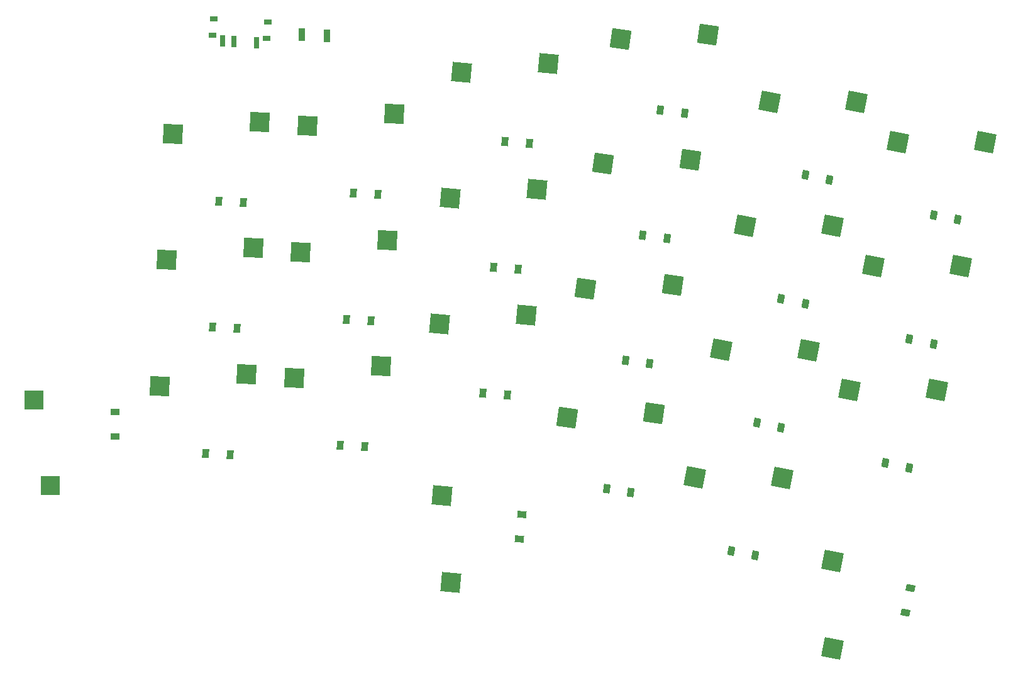
<source format=gbr>
%TF.GenerationSoftware,KiCad,Pcbnew,(6.0.9)*%
%TF.CreationDate,2022-11-07T09:36:57+01:00*%
%TF.ProjectId,itemun,6974656d-756e-42e6-9b69-6361645f7063,v1.0.0*%
%TF.SameCoordinates,Original*%
%TF.FileFunction,Paste,Top*%
%TF.FilePolarity,Positive*%
%FSLAX46Y46*%
G04 Gerber Fmt 4.6, Leading zero omitted, Abs format (unit mm)*
G04 Created by KiCad (PCBNEW (6.0.9)) date 2022-11-07 09:36:57*
%MOMM*%
%LPD*%
G01*
G04 APERTURE LIST*
G04 Aperture macros list*
%AMRotRect*
0 Rectangle, with rotation*
0 The origin of the aperture is its center*
0 $1 length*
0 $2 width*
0 $3 Rotation angle, in degrees counterclockwise*
0 Add horizontal line*
21,1,$1,$2,0,0,$3*%
G04 Aperture macros list end*
%ADD10RotRect,2.600000X2.600000X357.000000*%
%ADD11RotRect,2.600000X2.600000X349.000000*%
%ADD12RotRect,0.900000X1.200000X79.000000*%
%ADD13R,2.600000X2.600000*%
%ADD14RotRect,0.900000X1.200000X349.000000*%
%ADD15RotRect,2.600000X2.600000X352.000000*%
%ADD16RotRect,0.900000X1.200000X357.000000*%
%ADD17RotRect,2.600000X2.600000X79.000000*%
%ADD18R,1.000000X0.800000*%
%ADD19R,0.700000X1.500000*%
%ADD20R,0.900000X1.700000*%
%ADD21RotRect,2.600000X2.600000X355.000000*%
%ADD22RotRect,0.900000X1.200000X355.000000*%
%ADD23RotRect,2.600000X2.600000X85.000000*%
%ADD24RotRect,0.900000X1.200000X352.000000*%
%ADD25RotRect,0.900000X1.200000X85.000000*%
%ADD26R,1.200000X0.900000*%
G04 APERTURE END LIST*
D10*
%TO.C,S3*%
X41481760Y25318826D03*
X29832449Y23726322D03*
%TD*%
D11*
%TO.C,S22*%
X112751933Y-5634440D03*
X100994359Y-5590176D03*
%TD*%
D10*
%TO.C,S4*%
X42371471Y42295529D03*
X30722160Y40703025D03*
%TD*%
D12*
%TO.C,D23*%
X129328717Y-23729905D03*
X129958387Y-20490535D03*
%TD*%
D13*
%TO.C,S1*%
X11981505Y4843803D03*
X14181505Y-6706197D03*
%TD*%
D10*
%TO.C,S5*%
X58672052Y9397336D03*
X47022741Y7804832D03*
%TD*%
D14*
%TO.C,D16*%
X115827254Y35138880D03*
X119066624Y34509210D03*
%TD*%
D15*
%TO.C,S21*%
X95483212Y3032805D03*
X83739435Y2461665D03*
%TD*%
D11*
%TO.C,S18*%
X136795046Y22862484D03*
X125037472Y22906748D03*
%TD*%
D16*
%TO.C,D5*%
X53180722Y-1279903D03*
X56476200Y-1452611D03*
%TD*%
D17*
%TO.C,S23*%
X119519635Y-16806032D03*
X119475371Y-28563606D03*
%TD*%
D18*
%TO.C,*%
X43451445Y55737429D03*
X36045787Y53912510D03*
X43335783Y53530458D03*
X36161450Y56119481D03*
D19*
X41903683Y52954619D03*
X38907794Y53111627D03*
X37409850Y53190131D03*
%TD*%
D20*
%TO.C,*%
X48020233Y54066027D03*
X51415573Y53888085D03*
%TD*%
D16*
%TO.C,D2*%
X35100719Y-2335114D03*
X38396197Y-2507822D03*
%TD*%
D15*
%TO.C,S12*%
X100370575Y37213614D03*
X88626798Y36642474D03*
%TD*%
D11*
%TO.C,S15*%
X119507374Y28260300D03*
X107749800Y28304564D03*
%TD*%
D16*
%TO.C,D3*%
X35990430Y14641588D03*
X39285908Y14468880D03*
%TD*%
D21*
%TO.C,S10*%
X81227199Y50134087D03*
X69529408Y48949108D03*
%TD*%
D16*
%TO.C,D7*%
X54960145Y32673502D03*
X58255623Y32500794D03*
%TD*%
D22*
%TO.C,D9*%
X73884938Y22719688D03*
X77172380Y22432074D03*
%TD*%
D11*
%TO.C,S16*%
X122751127Y44947962D03*
X110993553Y44992226D03*
%TD*%
D10*
%TO.C,S6*%
X59561764Y26374038D03*
X47912453Y24781534D03*
%TD*%
%TO.C,S7*%
X60451475Y43350740D03*
X48802164Y41758236D03*
%TD*%
D16*
%TO.C,D4*%
X36880141Y31618290D03*
X40175619Y31445582D03*
%TD*%
D23*
%TO.C,S20*%
X66879863Y-8011723D03*
X68064842Y-19709514D03*
%TD*%
D14*
%TO.C,D18*%
X129871173Y13053401D03*
X133110543Y12423731D03*
%TD*%
D11*
%TO.C,S17*%
X133551293Y6174822D03*
X121793719Y6219086D03*
%TD*%
D24*
%TO.C,D21*%
X89082196Y-7125202D03*
X92350080Y-7584474D03*
%TD*%
D22*
%TO.C,D8*%
X72403290Y5784378D03*
X75690732Y5496764D03*
%TD*%
D24*
%TO.C,D13*%
X96335502Y43890163D03*
X99603386Y43430891D03*
%TD*%
D14*
%TO.C,D22*%
X105828060Y-15443523D03*
X109067430Y-16073193D03*
%TD*%
D24*
%TO.C,D11*%
X91603616Y10221049D03*
X94871500Y9761777D03*
%TD*%
D14*
%TO.C,D19*%
X133114926Y29741063D03*
X136354296Y29111393D03*
%TD*%
D25*
%TO.C,D20*%
X77358952Y-13872336D03*
X77646566Y-10584894D03*
%TD*%
D11*
%TO.C,S19*%
X140038799Y39550146D03*
X128281225Y39594410D03*
%TD*%
D24*
%TO.C,D12*%
X93969559Y27055606D03*
X97237443Y26596334D03*
%TD*%
D26*
%TO.C,D1*%
X22931505Y-81197D03*
X22931505Y3218803D03*
%TD*%
D15*
%TO.C,S11*%
X98004632Y20379056D03*
X86260855Y19807916D03*
%TD*%
D14*
%TO.C,D15*%
X112583501Y18451217D03*
X115822871Y17821547D03*
%TD*%
D11*
%TO.C,S14*%
X116263622Y11572638D03*
X104506048Y11616902D03*
%TD*%
D21*
%TO.C,S9*%
X79745552Y33198777D03*
X68047761Y32013798D03*
%TD*%
D16*
%TO.C,D6*%
X54070434Y15696800D03*
X57365912Y15524092D03*
%TD*%
D21*
%TO.C,S8*%
X78263904Y16263467D03*
X66566113Y15078488D03*
%TD*%
D15*
%TO.C,S13*%
X102736517Y54048171D03*
X90992740Y53477031D03*
%TD*%
D14*
%TO.C,D14*%
X109339749Y1763555D03*
X112579119Y1133885D03*
%TD*%
D10*
%TO.C,S2*%
X40592049Y8342124D03*
X28942738Y6749620D03*
%TD*%
D22*
%TO.C,D10*%
X75366586Y39654998D03*
X78654028Y39367384D03*
%TD*%
D14*
%TO.C,D17*%
X126627420Y-3634261D03*
X129866790Y-4263931D03*
%TD*%
M02*

</source>
